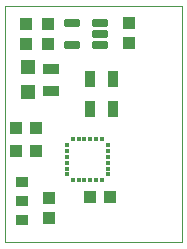
<source format=gbr>
%TF.GenerationSoftware,KiCad,Pcbnew,7.0.1*%
%TF.CreationDate,2023-08-30T00:37:42-03:00*%
%TF.ProjectId,PCB-MPU-9150,5043422d-4d50-4552-9d39-3135302e6b69,rev?*%
%TF.SameCoordinates,Original*%
%TF.FileFunction,Paste,Top*%
%TF.FilePolarity,Positive*%
%FSLAX46Y46*%
G04 Gerber Fmt 4.6, Leading zero omitted, Abs format (unit mm)*
G04 Created by KiCad (PCBNEW 7.0.1) date 2023-08-30 00:37:42*
%MOMM*%
%LPD*%
G01*
G04 APERTURE LIST*
G04 Aperture macros list*
%AMRoundRect*
0 Rectangle with rounded corners*
0 $1 Rounding radius*
0 $2 $3 $4 $5 $6 $7 $8 $9 X,Y pos of 4 corners*
0 Add a 4 corners polygon primitive as box body*
4,1,4,$2,$3,$4,$5,$6,$7,$8,$9,$2,$3,0*
0 Add four circle primitives for the rounded corners*
1,1,$1+$1,$2,$3*
1,1,$1+$1,$4,$5*
1,1,$1+$1,$6,$7*
1,1,$1+$1,$8,$9*
0 Add four rect primitives between the rounded corners*
20,1,$1+$1,$2,$3,$4,$5,0*
20,1,$1+$1,$4,$5,$6,$7,0*
20,1,$1+$1,$6,$7,$8,$9,0*
20,1,$1+$1,$8,$9,$2,$3,0*%
G04 Aperture macros list end*
%ADD10R,1.000000X1.100000*%
%ADD11R,1.397000X0.889000*%
%ADD12R,1.100000X1.000000*%
%ADD13RoundRect,0.060000X0.615000X-0.240000X0.615000X0.240000X-0.615000X0.240000X-0.615000X-0.240000X0*%
%ADD14R,1.198880X1.198880*%
%ADD15R,1.000000X0.889000*%
%ADD16R,0.889000X1.397000*%
%ADD17R,0.350000X0.400000*%
%ADD18R,0.400000X0.350000*%
%TA.AperFunction,Profile*%
%ADD19C,0.100000*%
%TD*%
G04 APERTURE END LIST*
D10*
%TO.C,C2*%
X158600000Y-57950000D03*
X158600000Y-56250000D03*
%TD*%
D11*
%TO.C,R3*%
X158775238Y-47184250D03*
X158775238Y-45279250D03*
%TD*%
D12*
%TO.C,C1*%
X162100000Y-56150000D03*
X163800000Y-56150000D03*
%TD*%
D13*
%TO.C,U2*%
X162890238Y-43300000D03*
X162890238Y-42350000D03*
X160520238Y-41400000D03*
X162890238Y-41400000D03*
X160520238Y-43300000D03*
%TD*%
D10*
%TO.C,C5*%
X156655238Y-41500000D03*
X156655238Y-43200000D03*
%TD*%
D14*
%TO.C,LED1*%
X156825238Y-45150980D03*
X156825238Y-47249020D03*
%TD*%
D10*
%TO.C,C7*%
X165350000Y-41450000D03*
X165350000Y-43150000D03*
%TD*%
D15*
%TO.C,JP1*%
X156300000Y-58100000D03*
X156300000Y-56500000D03*
X156300000Y-54900000D03*
%TD*%
D12*
%TO.C,C4*%
X157515238Y-52240000D03*
X155815238Y-52240000D03*
%TD*%
D10*
%TO.C,C6*%
X158515238Y-41500000D03*
X158515238Y-43200000D03*
%TD*%
D12*
%TO.C,C3*%
X157515238Y-50320000D03*
X155815238Y-50320000D03*
%TD*%
D16*
%TO.C,R1*%
X162105238Y-48710000D03*
X164010238Y-48710000D03*
%TD*%
%TO.C,R2*%
X162095238Y-46170000D03*
X164000238Y-46170000D03*
%TD*%
D17*
%TO.C,U1*%
X163105238Y-51255000D03*
X162605238Y-51255000D03*
X162105238Y-51255000D03*
X161605238Y-51255000D03*
X161105238Y-51255000D03*
X160605238Y-51255000D03*
D18*
X160120238Y-51740000D03*
X160120238Y-52240000D03*
X160120238Y-52740000D03*
X160120238Y-53240000D03*
X160120238Y-53740000D03*
X160120238Y-54240000D03*
D17*
X160605238Y-54725000D03*
X161105238Y-54725000D03*
X161605238Y-54725000D03*
X162105238Y-54725000D03*
X162605238Y-54725000D03*
X163105238Y-54725000D03*
D18*
X163590238Y-54240000D03*
X163590238Y-53740000D03*
X163590238Y-53240000D03*
X163590238Y-52740000D03*
X163590238Y-52240000D03*
X163590238Y-51740000D03*
%TD*%
D19*
X154885238Y-60000000D02*
X154885238Y-40000000D01*
X169885238Y-60000000D02*
X169885238Y-40000000D01*
X154885238Y-54825000D02*
X154885238Y-45175000D01*
X154885238Y-40000000D02*
X169885238Y-40000000D01*
X154885238Y-60000000D02*
X169885238Y-60000000D01*
M02*

</source>
